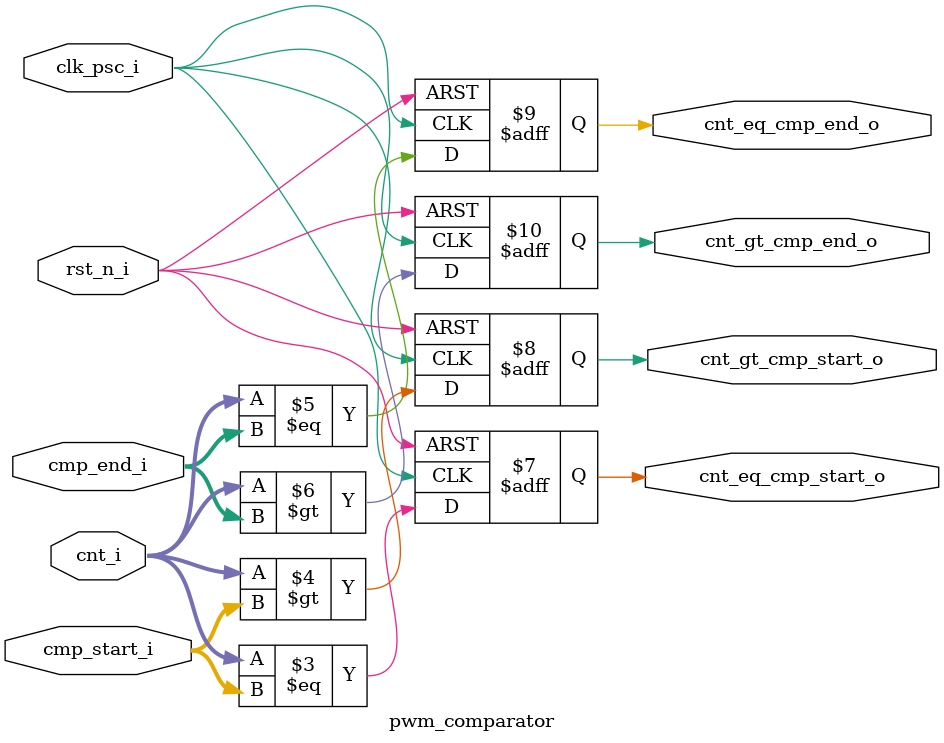
<source format=v>

module pwm_comparator #(
    parameter integer CMP_WIDTH = 16
)(
    // Clock & Reset
    input  wire                     clk_psc_i,        // Prescaler clock
    input  wire                     rst_n_i,          // Active-low reset

    // Compare inputs
    input  wire [CMP_WIDTH-1:0]     cnt_i,            // Current counter value
    input  wire [CMP_WIDTH-1:0]     cmp_start_i,      // Compare start value
    input  wire [CMP_WIDTH-1:0]     cmp_end_i,        // Compare end value

    // Compare outputs
    output reg                      cnt_eq_cmp_start_o, // CNT == CMP_START
    output reg                      cnt_gt_cmp_start_o, // CNT >  CMP_START
    output reg                      cnt_eq_cmp_end_o,   // CNT == CMP_END
    output reg                      cnt_gt_cmp_end_o    // CNT >  CMP_END
);

    //-----------------------------------------------------------------
    // Comparator logic
    //-----------------------------------------------------------------
    always @(posedge clk_psc_i or negedge rst_n_i) begin
        if (!rst_n_i) begin
            cnt_eq_cmp_start_o <= 1'b0;
            cnt_gt_cmp_start_o <= 1'b0;
            cnt_eq_cmp_end_o   <= 1'b0;
            cnt_gt_cmp_end_o   <= 1'b0;
        end else begin
            cnt_eq_cmp_start_o <= (cnt_i == cmp_start_i);
            cnt_gt_cmp_start_o <= (cnt_i >  cmp_start_i);
            cnt_eq_cmp_end_o   <= (cnt_i == cmp_end_i);
            cnt_gt_cmp_end_o   <= (cnt_i >  cmp_end_i);
        end
    end

endmodule


/*
    reg [WIDTH-1:0] CMP_START_shadow, CMP_END_shadow;

    // Lưu giá trị on/off khi overflow
    always @(negedge CLK_PSC or negedge rst_n) begin
        if (!rst_n) begin
            CMP_START_shadow  <= 0;
            CMP_END_shadow <= 0;
        end 
        else begin
            if (UEV) begin
                CMP_START_shadow  <= CMP_START;
                CMP_END_shadow    <= CMP_END;
            end
            else begin
                CMP_START_shadow  <= CMP_START_shadow;
                CMP_END_shadow    <= CMP_END_shadow;
            end
        end
    end
*/




</source>
